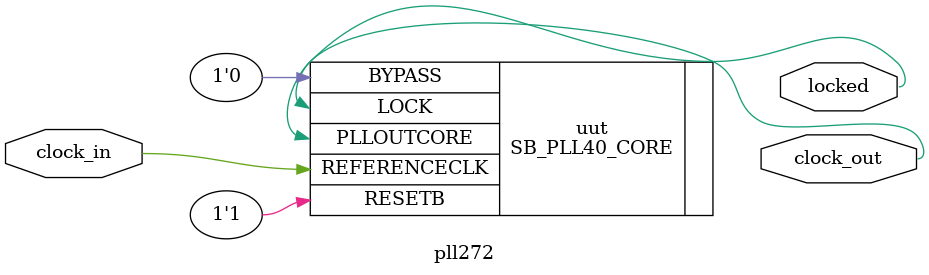
<source format=v>
/**
 * PLL configuration
 *
 * This Verilog module was generated automatically
 * using the icepll tool from the IceStorm project.
 * Use at your own risk.
 *
 * Given input frequency:        16.000 MHz
 * Requested output frequency:  275.000 MHz
 * Achieved output frequency:   272.000 MHz
 */

module pll272(
	input  clock_in,
	output clock_out,
	output locked
	);

SB_PLL40_CORE #(
		.FEEDBACK_PATH("SIMPLE"),
		.DIVR(4'b0000),		// DIVR =  0
		.DIVF(7'b0100001),	// DIVF = 33
		.DIVQ(3'b001),		// DIVQ =  1
		.FILTER_RANGE(3'b001)	// FILTER_RANGE = 1
	) uut (
		.LOCK(locked),
		.RESETB(1'b1),
		.BYPASS(1'b0),
		.REFERENCECLK(clock_in),
		.PLLOUTCORE(clock_out)
		);

endmodule

</source>
